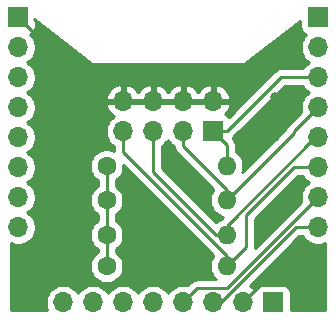
<source format=gbr>
%TF.GenerationSoftware,KiCad,Pcbnew,5.1.6-c6e7f7d~87~ubuntu18.04.1*%
%TF.CreationDate,2022-06-06T17:05:42+02:00*%
%TF.ProjectId,esp32-shield,65737033-322d-4736-9869-656c642e6b69,rev?*%
%TF.SameCoordinates,Original*%
%TF.FileFunction,Copper,L1,Top*%
%TF.FilePolarity,Positive*%
%FSLAX46Y46*%
G04 Gerber Fmt 4.6, Leading zero omitted, Abs format (unit mm)*
G04 Created by KiCad (PCBNEW 5.1.6-c6e7f7d~87~ubuntu18.04.1) date 2022-06-06 17:05:42*
%MOMM*%
%LPD*%
G01*
G04 APERTURE LIST*
%TA.AperFunction,ComponentPad*%
%ADD10R,1.700000X1.700000*%
%TD*%
%TA.AperFunction,ComponentPad*%
%ADD11O,1.700000X1.700000*%
%TD*%
%TA.AperFunction,ComponentPad*%
%ADD12C,1.600000*%
%TD*%
%TA.AperFunction,ComponentPad*%
%ADD13O,1.600000X1.600000*%
%TD*%
%TA.AperFunction,ViaPad*%
%ADD14C,0.800000*%
%TD*%
%TA.AperFunction,Conductor*%
%ADD15C,0.250000*%
%TD*%
%TA.AperFunction,Conductor*%
%ADD16C,0.254000*%
%TD*%
G04 APERTURE END LIST*
D10*
%TO.P,J3,1*%
%TO.N,+3V3*%
X87630000Y-66040000D03*
D11*
%TO.P,J3,2*%
%TO.N,GND*%
X85090000Y-66040000D03*
%TO.P,J3,3*%
%TO.N,/SCL*%
X82550000Y-66040000D03*
%TO.P,J3,4*%
%TO.N,/SDA*%
X80010000Y-66040000D03*
%TO.P,J3,5*%
%TO.N,Net-(J3-Pad5)*%
X77470000Y-66040000D03*
%TO.P,J3,6*%
%TO.N,Net-(J3-Pad6)*%
X74930000Y-66040000D03*
%TO.P,J3,7*%
%TO.N,Net-(J3-Pad7)*%
X72390000Y-66040000D03*
%TO.P,J3,8*%
%TO.N,Net-(J3-Pad8)*%
X69850000Y-66040000D03*
%TD*%
D10*
%TO.P,J2,1*%
%TO.N,/A0*%
X82550000Y-51562000D03*
D11*
%TO.P,J2,2*%
%TO.N,GND*%
X82550000Y-49022000D03*
%TO.P,J2,3*%
%TO.N,/A1*%
X80010000Y-51562000D03*
%TO.P,J2,4*%
%TO.N,GND*%
X80010000Y-49022000D03*
%TO.P,J2,5*%
%TO.N,/A2*%
X77470000Y-51562000D03*
%TO.P,J2,6*%
%TO.N,GND*%
X77470000Y-49022000D03*
%TO.P,J2,7*%
%TO.N,/A3*%
X74930000Y-51562000D03*
%TO.P,J2,8*%
%TO.N,GND*%
X74930000Y-49022000D03*
%TD*%
D10*
%TO.P,J1,1*%
%TO.N,+3V3*%
X91440000Y-41910000D03*
D11*
%TO.P,J1,2*%
%TO.N,Net-(J1-Pad2)*%
X91440000Y-44450000D03*
%TO.P,J1,3*%
%TO.N,/A0*%
X91440000Y-46990000D03*
%TO.P,J1,4*%
%TO.N,/A1*%
X91440000Y-49530000D03*
%TO.P,J1,5*%
%TO.N,/A2*%
X91440000Y-52070000D03*
%TO.P,J1,6*%
%TO.N,/A3*%
X91440000Y-54610000D03*
%TO.P,J1,7*%
%TO.N,/SDA*%
X91440000Y-57150000D03*
%TO.P,J1,8*%
%TO.N,/SCL*%
X91440000Y-59690000D03*
%TD*%
%TO.P,J5,8*%
%TO.N,Net-(J5-Pad8)*%
X66040000Y-59690000D03*
%TO.P,J5,7*%
%TO.N,Net-(J5-Pad7)*%
X66040000Y-57150000D03*
%TO.P,J5,6*%
%TO.N,Net-(J5-Pad6)*%
X66040000Y-54610000D03*
%TO.P,J5,5*%
%TO.N,Net-(J5-Pad5)*%
X66040000Y-52070000D03*
%TO.P,J5,4*%
%TO.N,Net-(J5-Pad4)*%
X66040000Y-49530000D03*
%TO.P,J5,3*%
%TO.N,Net-(J5-Pad3)*%
X66040000Y-46990000D03*
%TO.P,J5,2*%
%TO.N,Net-(J5-Pad2)*%
X66040000Y-44450000D03*
D10*
%TO.P,J5,1*%
%TO.N,GND*%
X66040000Y-41910000D03*
%TD*%
D12*
%TO.P,R0,1*%
%TO.N,+3V3*%
X73533000Y-54483000D03*
D13*
%TO.P,R0,2*%
%TO.N,/A0*%
X83693000Y-54483000D03*
%TD*%
%TO.P,R1,2*%
%TO.N,/A1*%
X83693000Y-57404000D03*
D12*
%TO.P,R1,1*%
%TO.N,+3V3*%
X73533000Y-57404000D03*
%TD*%
%TO.P,R2,1*%
%TO.N,+3V3*%
X73533000Y-60325000D03*
D13*
%TO.P,R2,2*%
%TO.N,/A2*%
X83693000Y-60325000D03*
%TD*%
%TO.P,R3,2*%
%TO.N,/A3*%
X83693000Y-62992000D03*
D12*
%TO.P,R3,1*%
%TO.N,+3V3*%
X73533000Y-62992000D03*
%TD*%
D14*
%TO.N,GND*%
X71120000Y-45720000D03*
X78740000Y-52705000D03*
X66802000Y-64897000D03*
X71120000Y-49276000D03*
X71120000Y-53340000D03*
X87630000Y-63373000D03*
X87756996Y-52070000D03*
X87630000Y-59182000D03*
X78740000Y-60198000D03*
X78740000Y-63119000D03*
X71120000Y-57277000D03*
X71120000Y-60960000D03*
X90805000Y-64770000D03*
X87757000Y-48641000D03*
X85217000Y-46355000D03*
%TD*%
D15*
%TO.N,+3V3*%
X73533000Y-54483000D02*
X73533000Y-57404000D01*
X73533000Y-57404000D02*
X73533000Y-60325000D01*
X73533000Y-60325000D02*
X73533000Y-62992000D01*
%TO.N,/A0*%
X82550000Y-51944410D02*
X82550000Y-51562000D01*
%TO.N,GND*%
X74930000Y-49022000D02*
X77470000Y-49022000D01*
X77470000Y-49022000D02*
X80010000Y-49022000D01*
X80010000Y-49022000D02*
X82550000Y-49022000D01*
X73152000Y-49022000D02*
X66040000Y-41910000D01*
X74930000Y-49022000D02*
X73152000Y-49022000D01*
X85090000Y-66040000D02*
X87630000Y-63500000D01*
X87630000Y-63500000D02*
X87630000Y-63373000D01*
%TO.N,/A0*%
X88289000Y-46990000D02*
X91440000Y-46990000D01*
X83717000Y-51562000D02*
X88289000Y-46990000D01*
X82550000Y-51562000D02*
X83717000Y-51562000D01*
X83693000Y-52705000D02*
X82550000Y-51562000D01*
X83693000Y-54483000D02*
X83693000Y-52705000D01*
%TO.N,/A1*%
X83693000Y-57404000D02*
X89408000Y-51689000D01*
X89408000Y-51562000D02*
X91440000Y-49530000D01*
X89408000Y-51689000D02*
X89408000Y-51562000D01*
X80010000Y-52832000D02*
X80010000Y-51562000D01*
X83693000Y-57404000D02*
X83693000Y-56515000D01*
X83693000Y-56515000D02*
X80010000Y-52832000D01*
%TO.N,/A2*%
X91186000Y-52070000D02*
X91440000Y-52070000D01*
X83693000Y-60325000D02*
X83693000Y-59563000D01*
X83693000Y-59563000D02*
X91186000Y-52070000D01*
X77470000Y-54991000D02*
X77470000Y-51562000D01*
X83693000Y-60325000D02*
X82804000Y-60325000D01*
X82804000Y-60325000D02*
X77470000Y-54991000D01*
%TO.N,/A3*%
X85344000Y-61341000D02*
X83693000Y-62992000D01*
X85344000Y-58674000D02*
X85344000Y-61341000D01*
X91440000Y-54610000D02*
X89408000Y-54610000D01*
X89408000Y-54610000D02*
X85344000Y-58674000D01*
X83693000Y-62103000D02*
X83693000Y-62992000D01*
X74930000Y-51562000D02*
X74930000Y-53340000D01*
X74930000Y-53340000D02*
X83693000Y-62103000D01*
%TO.N,/SCL*%
X83186410Y-66040000D02*
X82550000Y-66040000D01*
X89536410Y-59690000D02*
X83186410Y-66040000D01*
X91440000Y-59690000D02*
X89536410Y-59690000D01*
%TO.N,/SDA*%
X83725001Y-64864999D02*
X91440000Y-57150000D01*
X81185001Y-64864999D02*
X83725001Y-64864999D01*
X80010000Y-66040000D02*
X81185001Y-64864999D01*
%TD*%
D16*
%TO.N,GND*%
G36*
X90286525Y-60636632D02*
G01*
X90493368Y-60843475D01*
X90736589Y-61005990D01*
X91006842Y-61117932D01*
X91293740Y-61175000D01*
X91586260Y-61175000D01*
X91873158Y-61117932D01*
X92050000Y-61044682D01*
X92050000Y-66650000D01*
X89118072Y-66650000D01*
X89118072Y-65190000D01*
X89105812Y-65065518D01*
X89069502Y-64945820D01*
X89010537Y-64835506D01*
X88931185Y-64738815D01*
X88834494Y-64659463D01*
X88724180Y-64600498D01*
X88604482Y-64564188D01*
X88480000Y-64551928D01*
X86780000Y-64551928D01*
X86655518Y-64564188D01*
X86535820Y-64600498D01*
X86425506Y-64659463D01*
X86328815Y-64738815D01*
X86249463Y-64835506D01*
X86190498Y-64945820D01*
X86166034Y-65026466D01*
X86090269Y-64942412D01*
X85856920Y-64768359D01*
X85637408Y-64663803D01*
X89851212Y-60450000D01*
X90161822Y-60450000D01*
X90286525Y-60636632D01*
G37*
X90286525Y-60636632D02*
X90493368Y-60843475D01*
X90736589Y-61005990D01*
X91006842Y-61117932D01*
X91293740Y-61175000D01*
X91586260Y-61175000D01*
X91873158Y-61117932D01*
X92050000Y-61044682D01*
X92050000Y-66650000D01*
X89118072Y-66650000D01*
X89118072Y-65190000D01*
X89105812Y-65065518D01*
X89069502Y-64945820D01*
X89010537Y-64835506D01*
X88931185Y-64738815D01*
X88834494Y-64659463D01*
X88724180Y-64600498D01*
X88604482Y-64564188D01*
X88480000Y-64551928D01*
X86780000Y-64551928D01*
X86655518Y-64564188D01*
X86535820Y-64600498D01*
X86425506Y-64659463D01*
X86328815Y-64738815D01*
X86249463Y-64835506D01*
X86190498Y-64945820D01*
X86166034Y-65026466D01*
X86090269Y-64942412D01*
X85856920Y-64768359D01*
X85637408Y-64663803D01*
X89851212Y-60450000D01*
X90161822Y-60450000D01*
X90286525Y-60636632D01*
G36*
X72312567Y-45820663D02*
G01*
X72333693Y-45833836D01*
X72356983Y-45842633D01*
X72390000Y-45847000D01*
X85090000Y-45847000D01*
X85114776Y-45844560D01*
X85138601Y-45837333D01*
X85166200Y-45821600D01*
X89951928Y-42232304D01*
X89951928Y-42760000D01*
X89964188Y-42884482D01*
X90000498Y-43004180D01*
X90059463Y-43114494D01*
X90138815Y-43211185D01*
X90235506Y-43290537D01*
X90345820Y-43349502D01*
X90418380Y-43371513D01*
X90286525Y-43503368D01*
X90124010Y-43746589D01*
X90012068Y-44016842D01*
X89955000Y-44303740D01*
X89955000Y-44596260D01*
X90012068Y-44883158D01*
X90124010Y-45153411D01*
X90286525Y-45396632D01*
X90493368Y-45603475D01*
X90667760Y-45720000D01*
X90493368Y-45836525D01*
X90286525Y-46043368D01*
X90161822Y-46230000D01*
X88326322Y-46230000D01*
X88288999Y-46226324D01*
X88251676Y-46230000D01*
X88251667Y-46230000D01*
X88140014Y-46240997D01*
X87996753Y-46284454D01*
X87864724Y-46355026D01*
X87864722Y-46355027D01*
X87864723Y-46355027D01*
X87777996Y-46426201D01*
X87777992Y-46426205D01*
X87748999Y-46449999D01*
X87725205Y-46478992D01*
X83892744Y-50311455D01*
X83851185Y-50260815D01*
X83754494Y-50181463D01*
X83644180Y-50122498D01*
X83568374Y-50099502D01*
X83745178Y-49903355D01*
X83894157Y-49653252D01*
X83991481Y-49378891D01*
X83870814Y-49149000D01*
X82677000Y-49149000D01*
X82677000Y-49169000D01*
X82423000Y-49169000D01*
X82423000Y-49149000D01*
X80137000Y-49149000D01*
X80137000Y-49169000D01*
X79883000Y-49169000D01*
X79883000Y-49149000D01*
X77597000Y-49149000D01*
X77597000Y-49169000D01*
X77343000Y-49169000D01*
X77343000Y-49149000D01*
X75057000Y-49149000D01*
X75057000Y-49169000D01*
X74803000Y-49169000D01*
X74803000Y-49149000D01*
X73609186Y-49149000D01*
X73488519Y-49378891D01*
X73585843Y-49653252D01*
X73734822Y-49903355D01*
X73929731Y-50119588D01*
X74159406Y-50290900D01*
X73983368Y-50408525D01*
X73776525Y-50615368D01*
X73614010Y-50858589D01*
X73502068Y-51128842D01*
X73445000Y-51415740D01*
X73445000Y-51708260D01*
X73502068Y-51995158D01*
X73614010Y-52265411D01*
X73776525Y-52508632D01*
X73983368Y-52715475D01*
X74170001Y-52840179D01*
X74170001Y-53193622D01*
X73951574Y-53103147D01*
X73674335Y-53048000D01*
X73391665Y-53048000D01*
X73114426Y-53103147D01*
X72853273Y-53211320D01*
X72618241Y-53368363D01*
X72418363Y-53568241D01*
X72261320Y-53803273D01*
X72153147Y-54064426D01*
X72098000Y-54341665D01*
X72098000Y-54624335D01*
X72153147Y-54901574D01*
X72261320Y-55162727D01*
X72418363Y-55397759D01*
X72618241Y-55597637D01*
X72773000Y-55701044D01*
X72773001Y-56185956D01*
X72618241Y-56289363D01*
X72418363Y-56489241D01*
X72261320Y-56724273D01*
X72153147Y-56985426D01*
X72098000Y-57262665D01*
X72098000Y-57545335D01*
X72153147Y-57822574D01*
X72261320Y-58083727D01*
X72418363Y-58318759D01*
X72618241Y-58518637D01*
X72773000Y-58622044D01*
X72773001Y-59106956D01*
X72618241Y-59210363D01*
X72418363Y-59410241D01*
X72261320Y-59645273D01*
X72153147Y-59906426D01*
X72098000Y-60183665D01*
X72098000Y-60466335D01*
X72153147Y-60743574D01*
X72261320Y-61004727D01*
X72418363Y-61239759D01*
X72618241Y-61439637D01*
X72773000Y-61543044D01*
X72773001Y-61773956D01*
X72618241Y-61877363D01*
X72418363Y-62077241D01*
X72261320Y-62312273D01*
X72153147Y-62573426D01*
X72098000Y-62850665D01*
X72098000Y-63133335D01*
X72153147Y-63410574D01*
X72261320Y-63671727D01*
X72418363Y-63906759D01*
X72618241Y-64106637D01*
X72853273Y-64263680D01*
X73114426Y-64371853D01*
X73391665Y-64427000D01*
X73674335Y-64427000D01*
X73951574Y-64371853D01*
X74212727Y-64263680D01*
X74447759Y-64106637D01*
X74647637Y-63906759D01*
X74804680Y-63671727D01*
X74912853Y-63410574D01*
X74968000Y-63133335D01*
X74968000Y-62850665D01*
X74912853Y-62573426D01*
X74804680Y-62312273D01*
X74647637Y-62077241D01*
X74447759Y-61877363D01*
X74293000Y-61773957D01*
X74293000Y-61543043D01*
X74447759Y-61439637D01*
X74647637Y-61239759D01*
X74804680Y-61004727D01*
X74912853Y-60743574D01*
X74968000Y-60466335D01*
X74968000Y-60183665D01*
X74912853Y-59906426D01*
X74804680Y-59645273D01*
X74647637Y-59410241D01*
X74447759Y-59210363D01*
X74293000Y-59106957D01*
X74293000Y-58622043D01*
X74447759Y-58518637D01*
X74647637Y-58318759D01*
X74804680Y-58083727D01*
X74912853Y-57822574D01*
X74968000Y-57545335D01*
X74968000Y-57262665D01*
X74912853Y-56985426D01*
X74804680Y-56724273D01*
X74647637Y-56489241D01*
X74447759Y-56289363D01*
X74293000Y-56185957D01*
X74293000Y-55701043D01*
X74447759Y-55597637D01*
X74647637Y-55397759D01*
X74804680Y-55162727D01*
X74912853Y-54901574D01*
X74968000Y-54624335D01*
X74968000Y-54452801D01*
X82585401Y-62070203D01*
X82578363Y-62077241D01*
X82421320Y-62312273D01*
X82313147Y-62573426D01*
X82258000Y-62850665D01*
X82258000Y-63133335D01*
X82313147Y-63410574D01*
X82421320Y-63671727D01*
X82578363Y-63906759D01*
X82776603Y-64104999D01*
X81222323Y-64104999D01*
X81185000Y-64101323D01*
X81147677Y-64104999D01*
X81147668Y-64104999D01*
X81036015Y-64115996D01*
X80892754Y-64159453D01*
X80760725Y-64230025D01*
X80645000Y-64324998D01*
X80621202Y-64353996D01*
X80376408Y-64598790D01*
X80156260Y-64555000D01*
X79863740Y-64555000D01*
X79576842Y-64612068D01*
X79306589Y-64724010D01*
X79063368Y-64886525D01*
X78856525Y-65093368D01*
X78740000Y-65267760D01*
X78623475Y-65093368D01*
X78416632Y-64886525D01*
X78173411Y-64724010D01*
X77903158Y-64612068D01*
X77616260Y-64555000D01*
X77323740Y-64555000D01*
X77036842Y-64612068D01*
X76766589Y-64724010D01*
X76523368Y-64886525D01*
X76316525Y-65093368D01*
X76200000Y-65267760D01*
X76083475Y-65093368D01*
X75876632Y-64886525D01*
X75633411Y-64724010D01*
X75363158Y-64612068D01*
X75076260Y-64555000D01*
X74783740Y-64555000D01*
X74496842Y-64612068D01*
X74226589Y-64724010D01*
X73983368Y-64886525D01*
X73776525Y-65093368D01*
X73660000Y-65267760D01*
X73543475Y-65093368D01*
X73336632Y-64886525D01*
X73093411Y-64724010D01*
X72823158Y-64612068D01*
X72536260Y-64555000D01*
X72243740Y-64555000D01*
X71956842Y-64612068D01*
X71686589Y-64724010D01*
X71443368Y-64886525D01*
X71236525Y-65093368D01*
X71120000Y-65267760D01*
X71003475Y-65093368D01*
X70796632Y-64886525D01*
X70553411Y-64724010D01*
X70283158Y-64612068D01*
X69996260Y-64555000D01*
X69703740Y-64555000D01*
X69416842Y-64612068D01*
X69146589Y-64724010D01*
X68903368Y-64886525D01*
X68696525Y-65093368D01*
X68534010Y-65336589D01*
X68422068Y-65606842D01*
X68365000Y-65893740D01*
X68365000Y-66186260D01*
X68422068Y-66473158D01*
X68495318Y-66650000D01*
X65430000Y-66650000D01*
X65430000Y-61044682D01*
X65606842Y-61117932D01*
X65893740Y-61175000D01*
X66186260Y-61175000D01*
X66473158Y-61117932D01*
X66743411Y-61005990D01*
X66986632Y-60843475D01*
X67193475Y-60636632D01*
X67355990Y-60393411D01*
X67467932Y-60123158D01*
X67525000Y-59836260D01*
X67525000Y-59543740D01*
X67467932Y-59256842D01*
X67355990Y-58986589D01*
X67193475Y-58743368D01*
X66986632Y-58536525D01*
X66812240Y-58420000D01*
X66986632Y-58303475D01*
X67193475Y-58096632D01*
X67355990Y-57853411D01*
X67467932Y-57583158D01*
X67525000Y-57296260D01*
X67525000Y-57003740D01*
X67467932Y-56716842D01*
X67355990Y-56446589D01*
X67193475Y-56203368D01*
X66986632Y-55996525D01*
X66812240Y-55880000D01*
X66986632Y-55763475D01*
X67193475Y-55556632D01*
X67355990Y-55313411D01*
X67467932Y-55043158D01*
X67525000Y-54756260D01*
X67525000Y-54463740D01*
X67467932Y-54176842D01*
X67355990Y-53906589D01*
X67193475Y-53663368D01*
X66986632Y-53456525D01*
X66812240Y-53340000D01*
X66986632Y-53223475D01*
X67193475Y-53016632D01*
X67355990Y-52773411D01*
X67467932Y-52503158D01*
X67525000Y-52216260D01*
X67525000Y-51923740D01*
X67467932Y-51636842D01*
X67355990Y-51366589D01*
X67193475Y-51123368D01*
X66986632Y-50916525D01*
X66812240Y-50800000D01*
X66986632Y-50683475D01*
X67193475Y-50476632D01*
X67355990Y-50233411D01*
X67467932Y-49963158D01*
X67525000Y-49676260D01*
X67525000Y-49383740D01*
X67467932Y-49096842D01*
X67355990Y-48826589D01*
X67248093Y-48665109D01*
X73488519Y-48665109D01*
X73609186Y-48895000D01*
X74803000Y-48895000D01*
X74803000Y-47701845D01*
X75057000Y-47701845D01*
X75057000Y-48895000D01*
X77343000Y-48895000D01*
X77343000Y-47701845D01*
X77597000Y-47701845D01*
X77597000Y-48895000D01*
X79883000Y-48895000D01*
X79883000Y-47701845D01*
X80137000Y-47701845D01*
X80137000Y-48895000D01*
X82423000Y-48895000D01*
X82423000Y-47701845D01*
X82677000Y-47701845D01*
X82677000Y-48895000D01*
X83870814Y-48895000D01*
X83991481Y-48665109D01*
X83894157Y-48390748D01*
X83745178Y-48140645D01*
X83550269Y-47924412D01*
X83316920Y-47750359D01*
X83054099Y-47625175D01*
X82906890Y-47580524D01*
X82677000Y-47701845D01*
X82423000Y-47701845D01*
X82193110Y-47580524D01*
X82045901Y-47625175D01*
X81783080Y-47750359D01*
X81549731Y-47924412D01*
X81354822Y-48140645D01*
X81280000Y-48266255D01*
X81205178Y-48140645D01*
X81010269Y-47924412D01*
X80776920Y-47750359D01*
X80514099Y-47625175D01*
X80366890Y-47580524D01*
X80137000Y-47701845D01*
X79883000Y-47701845D01*
X79653110Y-47580524D01*
X79505901Y-47625175D01*
X79243080Y-47750359D01*
X79009731Y-47924412D01*
X78814822Y-48140645D01*
X78740000Y-48266255D01*
X78665178Y-48140645D01*
X78470269Y-47924412D01*
X78236920Y-47750359D01*
X77974099Y-47625175D01*
X77826890Y-47580524D01*
X77597000Y-47701845D01*
X77343000Y-47701845D01*
X77113110Y-47580524D01*
X76965901Y-47625175D01*
X76703080Y-47750359D01*
X76469731Y-47924412D01*
X76274822Y-48140645D01*
X76200000Y-48266255D01*
X76125178Y-48140645D01*
X75930269Y-47924412D01*
X75696920Y-47750359D01*
X75434099Y-47625175D01*
X75286890Y-47580524D01*
X75057000Y-47701845D01*
X74803000Y-47701845D01*
X74573110Y-47580524D01*
X74425901Y-47625175D01*
X74163080Y-47750359D01*
X73929731Y-47924412D01*
X73734822Y-48140645D01*
X73585843Y-48390748D01*
X73488519Y-48665109D01*
X67248093Y-48665109D01*
X67193475Y-48583368D01*
X66986632Y-48376525D01*
X66812240Y-48260000D01*
X66986632Y-48143475D01*
X67193475Y-47936632D01*
X67355990Y-47693411D01*
X67467932Y-47423158D01*
X67525000Y-47136260D01*
X67525000Y-46843740D01*
X67467932Y-46556842D01*
X67355990Y-46286589D01*
X67193475Y-46043368D01*
X66986632Y-45836525D01*
X66812240Y-45720000D01*
X66986632Y-45603475D01*
X67193475Y-45396632D01*
X67355990Y-45153411D01*
X67467932Y-44883158D01*
X67525000Y-44596260D01*
X67525000Y-44303740D01*
X67467932Y-44016842D01*
X67355990Y-43746589D01*
X67193475Y-43503368D01*
X67061620Y-43371513D01*
X67134180Y-43349502D01*
X67244494Y-43290537D01*
X67341185Y-43211185D01*
X67420537Y-43114494D01*
X67479502Y-43004180D01*
X67515812Y-42884482D01*
X67528072Y-42760000D01*
X67525000Y-42195750D01*
X67366252Y-42037002D01*
X67393808Y-42037002D01*
X72312567Y-45820663D01*
G37*
X72312567Y-45820663D02*
X72333693Y-45833836D01*
X72356983Y-45842633D01*
X72390000Y-45847000D01*
X85090000Y-45847000D01*
X85114776Y-45844560D01*
X85138601Y-45837333D01*
X85166200Y-45821600D01*
X89951928Y-42232304D01*
X89951928Y-42760000D01*
X89964188Y-42884482D01*
X90000498Y-43004180D01*
X90059463Y-43114494D01*
X90138815Y-43211185D01*
X90235506Y-43290537D01*
X90345820Y-43349502D01*
X90418380Y-43371513D01*
X90286525Y-43503368D01*
X90124010Y-43746589D01*
X90012068Y-44016842D01*
X89955000Y-44303740D01*
X89955000Y-44596260D01*
X90012068Y-44883158D01*
X90124010Y-45153411D01*
X90286525Y-45396632D01*
X90493368Y-45603475D01*
X90667760Y-45720000D01*
X90493368Y-45836525D01*
X90286525Y-46043368D01*
X90161822Y-46230000D01*
X88326322Y-46230000D01*
X88288999Y-46226324D01*
X88251676Y-46230000D01*
X88251667Y-46230000D01*
X88140014Y-46240997D01*
X87996753Y-46284454D01*
X87864724Y-46355026D01*
X87864722Y-46355027D01*
X87864723Y-46355027D01*
X87777996Y-46426201D01*
X87777992Y-46426205D01*
X87748999Y-46449999D01*
X87725205Y-46478992D01*
X83892744Y-50311455D01*
X83851185Y-50260815D01*
X83754494Y-50181463D01*
X83644180Y-50122498D01*
X83568374Y-50099502D01*
X83745178Y-49903355D01*
X83894157Y-49653252D01*
X83991481Y-49378891D01*
X83870814Y-49149000D01*
X82677000Y-49149000D01*
X82677000Y-49169000D01*
X82423000Y-49169000D01*
X82423000Y-49149000D01*
X80137000Y-49149000D01*
X80137000Y-49169000D01*
X79883000Y-49169000D01*
X79883000Y-49149000D01*
X77597000Y-49149000D01*
X77597000Y-49169000D01*
X77343000Y-49169000D01*
X77343000Y-49149000D01*
X75057000Y-49149000D01*
X75057000Y-49169000D01*
X74803000Y-49169000D01*
X74803000Y-49149000D01*
X73609186Y-49149000D01*
X73488519Y-49378891D01*
X73585843Y-49653252D01*
X73734822Y-49903355D01*
X73929731Y-50119588D01*
X74159406Y-50290900D01*
X73983368Y-50408525D01*
X73776525Y-50615368D01*
X73614010Y-50858589D01*
X73502068Y-51128842D01*
X73445000Y-51415740D01*
X73445000Y-51708260D01*
X73502068Y-51995158D01*
X73614010Y-52265411D01*
X73776525Y-52508632D01*
X73983368Y-52715475D01*
X74170001Y-52840179D01*
X74170001Y-53193622D01*
X73951574Y-53103147D01*
X73674335Y-53048000D01*
X73391665Y-53048000D01*
X73114426Y-53103147D01*
X72853273Y-53211320D01*
X72618241Y-53368363D01*
X72418363Y-53568241D01*
X72261320Y-53803273D01*
X72153147Y-54064426D01*
X72098000Y-54341665D01*
X72098000Y-54624335D01*
X72153147Y-54901574D01*
X72261320Y-55162727D01*
X72418363Y-55397759D01*
X72618241Y-55597637D01*
X72773000Y-55701044D01*
X72773001Y-56185956D01*
X72618241Y-56289363D01*
X72418363Y-56489241D01*
X72261320Y-56724273D01*
X72153147Y-56985426D01*
X72098000Y-57262665D01*
X72098000Y-57545335D01*
X72153147Y-57822574D01*
X72261320Y-58083727D01*
X72418363Y-58318759D01*
X72618241Y-58518637D01*
X72773000Y-58622044D01*
X72773001Y-59106956D01*
X72618241Y-59210363D01*
X72418363Y-59410241D01*
X72261320Y-59645273D01*
X72153147Y-59906426D01*
X72098000Y-60183665D01*
X72098000Y-60466335D01*
X72153147Y-60743574D01*
X72261320Y-61004727D01*
X72418363Y-61239759D01*
X72618241Y-61439637D01*
X72773000Y-61543044D01*
X72773001Y-61773956D01*
X72618241Y-61877363D01*
X72418363Y-62077241D01*
X72261320Y-62312273D01*
X72153147Y-62573426D01*
X72098000Y-62850665D01*
X72098000Y-63133335D01*
X72153147Y-63410574D01*
X72261320Y-63671727D01*
X72418363Y-63906759D01*
X72618241Y-64106637D01*
X72853273Y-64263680D01*
X73114426Y-64371853D01*
X73391665Y-64427000D01*
X73674335Y-64427000D01*
X73951574Y-64371853D01*
X74212727Y-64263680D01*
X74447759Y-64106637D01*
X74647637Y-63906759D01*
X74804680Y-63671727D01*
X74912853Y-63410574D01*
X74968000Y-63133335D01*
X74968000Y-62850665D01*
X74912853Y-62573426D01*
X74804680Y-62312273D01*
X74647637Y-62077241D01*
X74447759Y-61877363D01*
X74293000Y-61773957D01*
X74293000Y-61543043D01*
X74447759Y-61439637D01*
X74647637Y-61239759D01*
X74804680Y-61004727D01*
X74912853Y-60743574D01*
X74968000Y-60466335D01*
X74968000Y-60183665D01*
X74912853Y-59906426D01*
X74804680Y-59645273D01*
X74647637Y-59410241D01*
X74447759Y-59210363D01*
X74293000Y-59106957D01*
X74293000Y-58622043D01*
X74447759Y-58518637D01*
X74647637Y-58318759D01*
X74804680Y-58083727D01*
X74912853Y-57822574D01*
X74968000Y-57545335D01*
X74968000Y-57262665D01*
X74912853Y-56985426D01*
X74804680Y-56724273D01*
X74647637Y-56489241D01*
X74447759Y-56289363D01*
X74293000Y-56185957D01*
X74293000Y-55701043D01*
X74447759Y-55597637D01*
X74647637Y-55397759D01*
X74804680Y-55162727D01*
X74912853Y-54901574D01*
X74968000Y-54624335D01*
X74968000Y-54452801D01*
X82585401Y-62070203D01*
X82578363Y-62077241D01*
X82421320Y-62312273D01*
X82313147Y-62573426D01*
X82258000Y-62850665D01*
X82258000Y-63133335D01*
X82313147Y-63410574D01*
X82421320Y-63671727D01*
X82578363Y-63906759D01*
X82776603Y-64104999D01*
X81222323Y-64104999D01*
X81185000Y-64101323D01*
X81147677Y-64104999D01*
X81147668Y-64104999D01*
X81036015Y-64115996D01*
X80892754Y-64159453D01*
X80760725Y-64230025D01*
X80645000Y-64324998D01*
X80621202Y-64353996D01*
X80376408Y-64598790D01*
X80156260Y-64555000D01*
X79863740Y-64555000D01*
X79576842Y-64612068D01*
X79306589Y-64724010D01*
X79063368Y-64886525D01*
X78856525Y-65093368D01*
X78740000Y-65267760D01*
X78623475Y-65093368D01*
X78416632Y-64886525D01*
X78173411Y-64724010D01*
X77903158Y-64612068D01*
X77616260Y-64555000D01*
X77323740Y-64555000D01*
X77036842Y-64612068D01*
X76766589Y-64724010D01*
X76523368Y-64886525D01*
X76316525Y-65093368D01*
X76200000Y-65267760D01*
X76083475Y-65093368D01*
X75876632Y-64886525D01*
X75633411Y-64724010D01*
X75363158Y-64612068D01*
X75076260Y-64555000D01*
X74783740Y-64555000D01*
X74496842Y-64612068D01*
X74226589Y-64724010D01*
X73983368Y-64886525D01*
X73776525Y-65093368D01*
X73660000Y-65267760D01*
X73543475Y-65093368D01*
X73336632Y-64886525D01*
X73093411Y-64724010D01*
X72823158Y-64612068D01*
X72536260Y-64555000D01*
X72243740Y-64555000D01*
X71956842Y-64612068D01*
X71686589Y-64724010D01*
X71443368Y-64886525D01*
X71236525Y-65093368D01*
X71120000Y-65267760D01*
X71003475Y-65093368D01*
X70796632Y-64886525D01*
X70553411Y-64724010D01*
X70283158Y-64612068D01*
X69996260Y-64555000D01*
X69703740Y-64555000D01*
X69416842Y-64612068D01*
X69146589Y-64724010D01*
X68903368Y-64886525D01*
X68696525Y-65093368D01*
X68534010Y-65336589D01*
X68422068Y-65606842D01*
X68365000Y-65893740D01*
X68365000Y-66186260D01*
X68422068Y-66473158D01*
X68495318Y-66650000D01*
X65430000Y-66650000D01*
X65430000Y-61044682D01*
X65606842Y-61117932D01*
X65893740Y-61175000D01*
X66186260Y-61175000D01*
X66473158Y-61117932D01*
X66743411Y-61005990D01*
X66986632Y-60843475D01*
X67193475Y-60636632D01*
X67355990Y-60393411D01*
X67467932Y-60123158D01*
X67525000Y-59836260D01*
X67525000Y-59543740D01*
X67467932Y-59256842D01*
X67355990Y-58986589D01*
X67193475Y-58743368D01*
X66986632Y-58536525D01*
X66812240Y-58420000D01*
X66986632Y-58303475D01*
X67193475Y-58096632D01*
X67355990Y-57853411D01*
X67467932Y-57583158D01*
X67525000Y-57296260D01*
X67525000Y-57003740D01*
X67467932Y-56716842D01*
X67355990Y-56446589D01*
X67193475Y-56203368D01*
X66986632Y-55996525D01*
X66812240Y-55880000D01*
X66986632Y-55763475D01*
X67193475Y-55556632D01*
X67355990Y-55313411D01*
X67467932Y-55043158D01*
X67525000Y-54756260D01*
X67525000Y-54463740D01*
X67467932Y-54176842D01*
X67355990Y-53906589D01*
X67193475Y-53663368D01*
X66986632Y-53456525D01*
X66812240Y-53340000D01*
X66986632Y-53223475D01*
X67193475Y-53016632D01*
X67355990Y-52773411D01*
X67467932Y-52503158D01*
X67525000Y-52216260D01*
X67525000Y-51923740D01*
X67467932Y-51636842D01*
X67355990Y-51366589D01*
X67193475Y-51123368D01*
X66986632Y-50916525D01*
X66812240Y-50800000D01*
X66986632Y-50683475D01*
X67193475Y-50476632D01*
X67355990Y-50233411D01*
X67467932Y-49963158D01*
X67525000Y-49676260D01*
X67525000Y-49383740D01*
X67467932Y-49096842D01*
X67355990Y-48826589D01*
X67248093Y-48665109D01*
X73488519Y-48665109D01*
X73609186Y-48895000D01*
X74803000Y-48895000D01*
X74803000Y-47701845D01*
X75057000Y-47701845D01*
X75057000Y-48895000D01*
X77343000Y-48895000D01*
X77343000Y-47701845D01*
X77597000Y-47701845D01*
X77597000Y-48895000D01*
X79883000Y-48895000D01*
X79883000Y-47701845D01*
X80137000Y-47701845D01*
X80137000Y-48895000D01*
X82423000Y-48895000D01*
X82423000Y-47701845D01*
X82677000Y-47701845D01*
X82677000Y-48895000D01*
X83870814Y-48895000D01*
X83991481Y-48665109D01*
X83894157Y-48390748D01*
X83745178Y-48140645D01*
X83550269Y-47924412D01*
X83316920Y-47750359D01*
X83054099Y-47625175D01*
X82906890Y-47580524D01*
X82677000Y-47701845D01*
X82423000Y-47701845D01*
X82193110Y-47580524D01*
X82045901Y-47625175D01*
X81783080Y-47750359D01*
X81549731Y-47924412D01*
X81354822Y-48140645D01*
X81280000Y-48266255D01*
X81205178Y-48140645D01*
X81010269Y-47924412D01*
X80776920Y-47750359D01*
X80514099Y-47625175D01*
X80366890Y-47580524D01*
X80137000Y-47701845D01*
X79883000Y-47701845D01*
X79653110Y-47580524D01*
X79505901Y-47625175D01*
X79243080Y-47750359D01*
X79009731Y-47924412D01*
X78814822Y-48140645D01*
X78740000Y-48266255D01*
X78665178Y-48140645D01*
X78470269Y-47924412D01*
X78236920Y-47750359D01*
X77974099Y-47625175D01*
X77826890Y-47580524D01*
X77597000Y-47701845D01*
X77343000Y-47701845D01*
X77113110Y-47580524D01*
X76965901Y-47625175D01*
X76703080Y-47750359D01*
X76469731Y-47924412D01*
X76274822Y-48140645D01*
X76200000Y-48266255D01*
X76125178Y-48140645D01*
X75930269Y-47924412D01*
X75696920Y-47750359D01*
X75434099Y-47625175D01*
X75286890Y-47580524D01*
X75057000Y-47701845D01*
X74803000Y-47701845D01*
X74573110Y-47580524D01*
X74425901Y-47625175D01*
X74163080Y-47750359D01*
X73929731Y-47924412D01*
X73734822Y-48140645D01*
X73585843Y-48390748D01*
X73488519Y-48665109D01*
X67248093Y-48665109D01*
X67193475Y-48583368D01*
X66986632Y-48376525D01*
X66812240Y-48260000D01*
X66986632Y-48143475D01*
X67193475Y-47936632D01*
X67355990Y-47693411D01*
X67467932Y-47423158D01*
X67525000Y-47136260D01*
X67525000Y-46843740D01*
X67467932Y-46556842D01*
X67355990Y-46286589D01*
X67193475Y-46043368D01*
X66986632Y-45836525D01*
X66812240Y-45720000D01*
X66986632Y-45603475D01*
X67193475Y-45396632D01*
X67355990Y-45153411D01*
X67467932Y-44883158D01*
X67525000Y-44596260D01*
X67525000Y-44303740D01*
X67467932Y-44016842D01*
X67355990Y-43746589D01*
X67193475Y-43503368D01*
X67061620Y-43371513D01*
X67134180Y-43349502D01*
X67244494Y-43290537D01*
X67341185Y-43211185D01*
X67420537Y-43114494D01*
X67479502Y-43004180D01*
X67515812Y-42884482D01*
X67528072Y-42760000D01*
X67525000Y-42195750D01*
X67366252Y-42037002D01*
X67393808Y-42037002D01*
X72312567Y-45820663D01*
G36*
X85217000Y-65913000D02*
G01*
X85237000Y-65913000D01*
X85237000Y-66167000D01*
X85217000Y-66167000D01*
X85217000Y-66187000D01*
X84963000Y-66187000D01*
X84963000Y-66167000D01*
X84943000Y-66167000D01*
X84943000Y-65913000D01*
X84963000Y-65913000D01*
X84963000Y-65893000D01*
X85217000Y-65893000D01*
X85217000Y-65913000D01*
G37*
X85217000Y-65913000D02*
X85237000Y-65913000D01*
X85237000Y-66167000D01*
X85217000Y-66167000D01*
X85217000Y-66187000D01*
X84963000Y-66187000D01*
X84963000Y-66167000D01*
X84943000Y-66167000D01*
X84943000Y-65913000D01*
X84963000Y-65913000D01*
X84963000Y-65893000D01*
X85217000Y-65893000D01*
X85217000Y-65913000D01*
G36*
X90286525Y-55556632D02*
G01*
X90493368Y-55763475D01*
X90667760Y-55880000D01*
X90493368Y-55996525D01*
X90286525Y-56203368D01*
X90124010Y-56446589D01*
X90012068Y-56716842D01*
X89955000Y-57003740D01*
X89955000Y-57296260D01*
X89998790Y-57516408D01*
X86100409Y-61414789D01*
X86104000Y-61378333D01*
X86107677Y-61341000D01*
X86104000Y-61303667D01*
X86104000Y-58988801D01*
X89722802Y-55370000D01*
X90161822Y-55370000D01*
X90286525Y-55556632D01*
G37*
X90286525Y-55556632D02*
X90493368Y-55763475D01*
X90667760Y-55880000D01*
X90493368Y-55996525D01*
X90286525Y-56203368D01*
X90124010Y-56446589D01*
X90012068Y-56716842D01*
X89955000Y-57003740D01*
X89955000Y-57296260D01*
X89998790Y-57516408D01*
X86100409Y-61414789D01*
X86104000Y-61378333D01*
X86107677Y-61341000D01*
X86104000Y-61303667D01*
X86104000Y-58988801D01*
X89722802Y-55370000D01*
X90161822Y-55370000D01*
X90286525Y-55556632D01*
G36*
X78856525Y-52508632D02*
G01*
X79063368Y-52715475D01*
X79246927Y-52838125D01*
X79250000Y-52869322D01*
X79250000Y-52869332D01*
X79260997Y-52980985D01*
X79281954Y-53050072D01*
X79304454Y-53124246D01*
X79375026Y-53256276D01*
X79405994Y-53294010D01*
X79469999Y-53372001D01*
X79499003Y-53395804D01*
X82585401Y-56482203D01*
X82578363Y-56489241D01*
X82421320Y-56724273D01*
X82313147Y-56985426D01*
X82258000Y-57262665D01*
X82258000Y-57545335D01*
X82313147Y-57822574D01*
X82421320Y-58083727D01*
X82578363Y-58318759D01*
X82778241Y-58518637D01*
X83013273Y-58675680D01*
X83274426Y-58783853D01*
X83376952Y-58804247D01*
X83208918Y-58972281D01*
X83013273Y-59053320D01*
X82778241Y-59210363D01*
X82771203Y-59217401D01*
X78230000Y-54676199D01*
X78230000Y-52840178D01*
X78416632Y-52715475D01*
X78623475Y-52508632D01*
X78740000Y-52334240D01*
X78856525Y-52508632D01*
G37*
X78856525Y-52508632D02*
X79063368Y-52715475D01*
X79246927Y-52838125D01*
X79250000Y-52869322D01*
X79250000Y-52869332D01*
X79260997Y-52980985D01*
X79281954Y-53050072D01*
X79304454Y-53124246D01*
X79375026Y-53256276D01*
X79405994Y-53294010D01*
X79469999Y-53372001D01*
X79499003Y-53395804D01*
X82585401Y-56482203D01*
X82578363Y-56489241D01*
X82421320Y-56724273D01*
X82313147Y-56985426D01*
X82258000Y-57262665D01*
X82258000Y-57545335D01*
X82313147Y-57822574D01*
X82421320Y-58083727D01*
X82578363Y-58318759D01*
X82778241Y-58518637D01*
X83013273Y-58675680D01*
X83274426Y-58783853D01*
X83376952Y-58804247D01*
X83208918Y-58972281D01*
X83013273Y-59053320D01*
X82778241Y-59210363D01*
X82771203Y-59217401D01*
X78230000Y-54676199D01*
X78230000Y-52840178D01*
X78416632Y-52715475D01*
X78623475Y-52508632D01*
X78740000Y-52334240D01*
X78856525Y-52508632D01*
G36*
X90286525Y-47936632D02*
G01*
X90493368Y-48143475D01*
X90667760Y-48260000D01*
X90493368Y-48376525D01*
X90286525Y-48583368D01*
X90124010Y-48826589D01*
X90012068Y-49096842D01*
X89955000Y-49383740D01*
X89955000Y-49676260D01*
X89998790Y-49896408D01*
X88897001Y-50998198D01*
X88867999Y-51021999D01*
X88773026Y-51137724D01*
X88702454Y-51269753D01*
X88680687Y-51341511D01*
X85039073Y-54983125D01*
X85072853Y-54901574D01*
X85128000Y-54624335D01*
X85128000Y-54341665D01*
X85072853Y-54064426D01*
X84964680Y-53803273D01*
X84807637Y-53568241D01*
X84607759Y-53368363D01*
X84453000Y-53264957D01*
X84453000Y-52742322D01*
X84456676Y-52704999D01*
X84453000Y-52667676D01*
X84453000Y-52667667D01*
X84442003Y-52556014D01*
X84398546Y-52412753D01*
X84388814Y-52394546D01*
X84327974Y-52280723D01*
X84256799Y-52193997D01*
X84233001Y-52164999D01*
X84206619Y-52143348D01*
X84257001Y-52102001D01*
X84280804Y-52072997D01*
X88603803Y-47750000D01*
X90161822Y-47750000D01*
X90286525Y-47936632D01*
G37*
X90286525Y-47936632D02*
X90493368Y-48143475D01*
X90667760Y-48260000D01*
X90493368Y-48376525D01*
X90286525Y-48583368D01*
X90124010Y-48826589D01*
X90012068Y-49096842D01*
X89955000Y-49383740D01*
X89955000Y-49676260D01*
X89998790Y-49896408D01*
X88897001Y-50998198D01*
X88867999Y-51021999D01*
X88773026Y-51137724D01*
X88702454Y-51269753D01*
X88680687Y-51341511D01*
X85039073Y-54983125D01*
X85072853Y-54901574D01*
X85128000Y-54624335D01*
X85128000Y-54341665D01*
X85072853Y-54064426D01*
X84964680Y-53803273D01*
X84807637Y-53568241D01*
X84607759Y-53368363D01*
X84453000Y-53264957D01*
X84453000Y-52742322D01*
X84456676Y-52704999D01*
X84453000Y-52667676D01*
X84453000Y-52667667D01*
X84442003Y-52556014D01*
X84398546Y-52412753D01*
X84388814Y-52394546D01*
X84327974Y-52280723D01*
X84256799Y-52193997D01*
X84233001Y-52164999D01*
X84206619Y-52143348D01*
X84257001Y-52102001D01*
X84280804Y-52072997D01*
X88603803Y-47750000D01*
X90161822Y-47750000D01*
X90286525Y-47936632D01*
%TD*%
M02*

</source>
